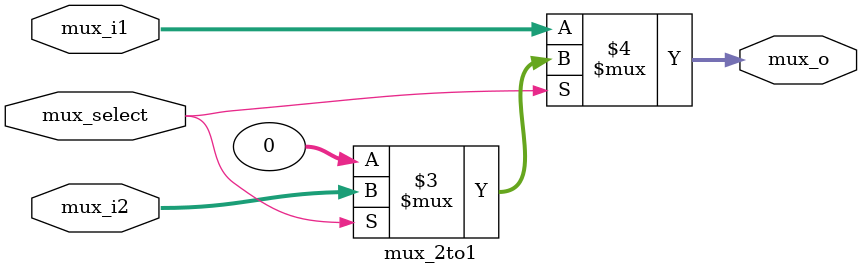
<source format=v>
module mux_2to1 (
    input [31:0]    mux_i1,
    input [31:0]    mux_i2,
    input           mux_select,
    output [31:0]   mux_o
);
    

    assign mux_o = (mux_select == 0 )     ?    mux_i1:
                   (mux_select == 1 )     ?    mux_i2: 32'b0;




endmodule
</source>
